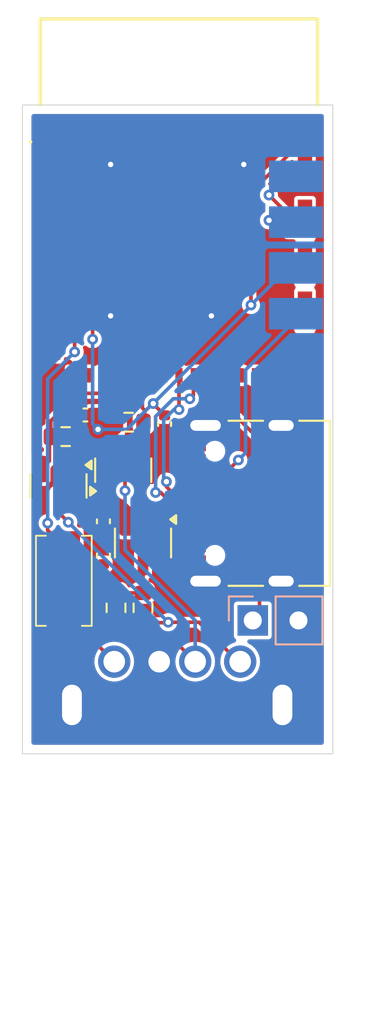
<source format=kicad_pcb>
(kicad_pcb (version 20240108) (generator "pcbnew") (generator_version "8.0")
  (layers (0 "F.Cu" signal) (31 "B.Cu" signal) (34 "B.Paste" user) (35 "F.Paste" user) (36 "B.SilkS" user "B.Silkscreen") (37 "F.SilkS" user "F.Silkscreen") (38 "B.Mask" user) (39 "F.Mask" user) (44 "Edge.Cuts" user))
  (net 0 "")
  (net 1 "+5V")
  (net 2 "GND")
  (net 3 "+3.3V")
  (net 4 "/TX")
  (net 5 "/TXD")
  (net 6 "/RXD")
  (net 7 "/RX")
  (net 17 "/D+")
  (net 35 "Net-(U2-IO0)")
  (net 36 "/D-")
  (net 42 "/TXD0")
  (net 43 "/RXD0")
  (net 44 "/IR")
  (footprint "Local Library:Xunpu_TS-1088-AR02016" (layer "F.Cu") (at 126.3 78.4 90)
    (property "Reference" "SW1" (hide yes))
    (property "Value" "BOOT")
    (fp_line (start 2.5 -1.55) (end 2.5 -1) (stroke (width 0.1)) (layer "F.SilkS"))
    (fp_line (start -2.5 -1.55) (end 2.5 -1.55) (stroke (width 0.1)) (layer "F.SilkS"))
    (fp_line (start -2.5 -1) (end -2.5 -1.55) (stroke (width 0.1)) (layer "F.SilkS"))
    (fp_line (start 2.5 1) (end 2.5 1.55) (stroke (width 0.1)) (layer "F.SilkS"))
    (fp_line (start 2.5 1.55) (end -2.5 1.55) (stroke (width 0.1)) (layer "F.SilkS"))
    (fp_line (start -2.5 1.55) (end -2.5 1) (stroke (width 0.1)) (layer "F.SilkS"))
    (pad "1" smd rect (at -2.075 0 90) (size 1.35 1.8) (layers "F.Cu" "F.Paste" "F.Mask") (net 2 "GND"))
    (pad "2" smd rect (at 2.075 0 90) (size 1.35 1.8) (layers "F.Cu" "F.Paste" "F.Mask") (net 35 "Net-(U2-IO0)"))
  )
  (footprint "Resistor_SMD:R_0603_1608Metric" (layer "F.Cu") (at 129.2 79.9 -90)
    (property "Reference" "R4" (hide yes))
    (property "Value" "10K")
    (fp_line (start -0.237258 0.5225) (end 0.237258 0.5225) (stroke (width 0.12)) (layer "F.SilkS"))
    (fp_line (start -0.237258 -0.5225) (end 0.237258 -0.5225) (stroke (width 0.12)) (layer "F.SilkS"))
    (pad "1" smd roundrect (at -0.825 0 270) (size 0.8 0.95) (layers "F.Cu" "F.Paste" "F.Mask") (net 1 "+5V"))
    (pad "2" smd roundrect (at 0.825 0 270) (size 0.8 0.95) (layers "F.Cu" "F.Paste" "F.Mask") (net 7 "/RX"))
  )
  (footprint "Package_TO_SOT_SMD:SOT-23-3" (layer "F.Cu") (at 130.7 76.3 -90)
    (property "Reference" "U1" (hide yes))
    (property "Value" "XC6206PxxxMR")
    (fp_line (start 0 1.56) (end -0.8 1.56) (stroke (width 0.12)) (layer "F.SilkS"))
    (fp_line (start 0 1.56) (end 0.8 1.56) (stroke (width 0.12)) (layer "F.SilkS"))
    (fp_line (start 0 -1.56) (end -0.8 -1.56) (stroke (width 0.12)) (layer "F.SilkS"))
    (fp_line (start 0 -1.56) (end 0.8 -1.56) (stroke (width 0.12)) (layer "F.SilkS"))
    (fp_poly (pts (xy -1.3 -1.51) (xy -1.54 -1.84) (xy -1.06 -1.84) (xy -1.3 -1.51)) (stroke (width 0.12)) (fill solid) (layer "F.SilkS"))
    (pad "1" smd roundrect (at -1.1375 -0.95 270) (size 1.325 0.6) (layers "F.Cu" "F.Paste" "F.Mask") (net 2 "GND"))
    (pad "2" smd roundrect (at -1.1375 0.95 270) (size 1.325 0.6) (layers "F.Cu" "F.Paste" "F.Mask") (net 3 "+3.3V"))
    (pad "3" smd roundrect (at 1.1375 0 270) (size 1.325 0.6) (layers "F.Cu" "F.Paste" "F.Mask") (net 1 "+5V"))
  )
  (footprint "Resistor_SMD:R_0603_1608Metric" (layer "F.Cu") (at 130.7 79.9 -90)
    (property "Reference" "R3" (hide yes))
    (property "Value" "10K")
    (fp_line (start -0.237258 0.5225) (end 0.237258 0.5225) (stroke (width 0.12)) (layer "F.SilkS"))
    (fp_line (start -0.237258 -0.5225) (end 0.237258 -0.5225) (stroke (width 0.12)) (layer "F.SilkS"))
    (pad "1" smd roundrect (at -0.825 0 270) (size 0.8 0.95) (layers "F.Cu" "F.Paste" "F.Mask") (net 1 "+5V"))
    (pad "2" smd roundrect (at 0.825 0 270) (size 0.8 0.95) (layers "F.Cu" "F.Paste" "F.Mask") (net 4 "/TX"))
  )
  (footprint "Capacitor_SMD:C_0402_1005Metric" (layer "F.Cu") (at 128.5 77 90)
    (property "Reference" "C1" (hide yes))
    (property "Value" "1uF")
    (fp_line (start -0.107836 -0.36) (end 0.107836 -0.36) (stroke (width 0.12)) (layer "F.SilkS"))
    (fp_line (start -0.107836 0.36) (end 0.107836 0.36) (stroke (width 0.12)) (layer "F.SilkS"))
    (pad "1" smd roundrect (at -0.48 0 90) (size 0.56 0.62) (layers "F.Cu" "F.Paste" "F.Mask") (net 1 "+5V"))
    (pad "2" smd roundrect (at 0.48 0 90) (size 0.56 0.62) (layers "F.Cu" "F.Paste" "F.Mask") (net 2 "GND"))
  )
  (footprint "Local Library:ESP32S2MINI2N4" (layer "F.Cu") (at 132.7 60)
    (property "Reference" "U2" (hide yes))
    (property "Value" "ESP32-S2-MINI-2" (hide yes))
    (fp_line (start -8.3 -5.95) (end -8.3 -5.95) (stroke (width 0.1)) (layer "F.SilkS"))
    (fp_line (start -8.2 -5.95) (end -8.2 -5.95) (stroke (width 0.1)) (layer "F.SilkS"))
    (fp_line (start -7.7 -12.775) (end 7.7 -12.775) (stroke (width 0.2)) (layer "F.SilkS"))
    (fp_line (start -7.7 -8) (end -7.7 -12.775) (stroke (width 0.2)) (layer "F.SilkS"))
    (fp_line (start 7.7 -12.775) (end 7.7 -8) (stroke (width 0.2)) (layer "F.SilkS"))
    (fp_arc (start -8.3 -5.95) (mid -8.25 -6) (end -8.2 -5.95) (stroke (width 0.1)) (layer "F.SilkS"))
    (fp_arc (start -8.2 -5.95) (mid -8.25 -5.9) (end -8.3 -5.95) (stroke (width 0.1)) (layer "F.SilkS"))
    (pad "1" smd rect (at -7 -5.95 90) (size 0.4 0.8) (layers "F.Cu" "F.Paste" "F.Mask") (net 2 "GND"))
    (pad "2" smd rect (at -7 -5.1 90) (size 0.4 0.8) (layers "F.Cu" "F.Paste" "F.Mask") (net 2 "GND"))
    (pad "3" smd rect (at -7 -4.25 90) (size 0.4 0.8) (layers "F.Cu" "F.Paste" "F.Mask") (net 3 "+3.3V"))
    (pad "4" smd rect (at -7 -3.4 90) (size 0.4 0.8) (layers "F.Cu" "F.Paste" "F.Mask") (net 35 "Net-(U2-IO0)"))
    (pad "5" smd rect (at -7 -2.55 90) (size 0.4 0.8) (layers "F.Cu" "F.Paste" "F.Mask"))
    (pad "6" smd rect (at -7 -1.7 90) (size 0.4 0.8) (layers "F.Cu" "F.Paste" "F.Mask"))
    (pad "7" smd rect (at -7 -0.85 90) (size 0.4 0.8) (layers "F.Cu" "F.Paste" "F.Mask"))
    (pad "8" smd rect (at -7 0 90) (size 0.4 0.8) (layers "F.Cu" "F.Paste" "F.Mask"))
    (pad "9" smd rect (at -7 0.85 90) (size 0.4 0.8) (layers "F.Cu" "F.Paste" "F.Mask"))
    (pad "10" smd rect (at -7 1.7 90) (size 0.4 0.8) (layers "F.Cu" "F.Paste" "F.Mask"))
    (pad "11" smd rect (at -7 2.55 90) (size 0.4 0.8) (layers "F.Cu" "F.Paste" "F.Mask"))
    (pad "12" smd rect (at -7 3.4 90) (size 0.4 0.8) (layers "F.Cu" "F.Paste" "F.Mask"))
    (pad "13" smd rect (at -7 4.25 90) (size 0.4 0.8) (layers "F.Cu" "F.Paste" "F.Mask"))
    (pad "14" smd rect (at -7 5.1 90) (size 0.4 0.8) (layers "F.Cu" "F.Paste" "F.Mask"))
    (pad "15" smd rect (at -7 5.95 90) (size 0.4 0.8) (layers "F.Cu" "F.Paste" "F.Mask"))
    (pad "16" smd rect (at -5.95 7) (size 0.4 0.8) (layers "F.Cu" "F.Paste" "F.Mask"))
    (pad "17" smd rect (at -5.1 7) (size 0.4 0.8) (layers "F.Cu" "F.Paste" "F.Mask"))
    (pad "18" smd rect (at -4.25 7) (size 0.4 0.8) (layers "F.Cu" "F.Paste" "F.Mask"))
    (pad "19" smd rect (at -3.4 7) (size 0.4 0.8) (layers "F.Cu" "F.Paste" "F.Mask"))
    (pad "20" smd rect (at -2.55 7) (size 0.4 0.8) (layers "F.Cu" "F.Paste" "F.Mask"))
    (pad "21" smd rect (at -1.7 7) (size 0.4 0.8) (layers "F.Cu" "F.Paste" "F.Mask") (net 5 "/TXD"))
    (pad "22" smd rect (at -0.85 7) (size 0.4 0.8) (layers "F.Cu" "F.Paste" "F.Mask") (net 6 "/RXD"))
    (pad "23" smd rect (at 0 7) (size 0.4 0.8) (layers "F.Cu" "F.Paste" "F.Mask") (net 36 "/D-"))
    (pad "24" smd rect (at 0.85 7) (size 0.4 0.8) (layers "F.Cu" "F.Paste" "F.Mask") (net 17 "/D+"))
    (pad "25" smd rect (at 1.7 7) (size 0.4 0.8) (layers "F.Cu" "F.Paste" "F.Mask"))
    (pad "26" smd rect (at 2.55 7) (size 0.4 0.8) (layers "F.Cu" "F.Paste" "F.Mask") (net 44 "/IR"))
    (pad "27" smd rect (at 3.4 7) (size 0.4 0.8) (layers "F.Cu" "F.Paste" "F.Mask"))
    (pad "28" smd rect (at 4.25 7) (size 0.4 0.8) (layers "F.Cu" "F.Paste" "F.Mask"))
    (pad "29" smd rect (at 5.1 7) (size 0.4 0.8) (layers "F.Cu" "F.Paste" "F.Mask"))
    (pad "30" smd rect (at 5.95 7) (size 0.4 0.8) (layers "F.Cu" "F.Paste" "F.Mask") (net 2 "GND"))
    (pad "31" smd rect (at 7 5.95 90) (size 0.4 0.8) (layers "F.Cu" "F.Paste" "F.Mask"))
    (pad "32" smd rect (at 7 5.1 90) (size 0.4 0.8) (layers "F.Cu" "F.Paste" "F.Mask"))
    (pad "33" smd rect (at 7 4.25 90) (size 0.4 0.8) (layers "F.Cu" "F.Paste" "F.Mask"))
    (pad "34" smd rect (at 7 3.4 90) (size 0.4 0.8) (layers "F.Cu" "F.Paste" "F.Mask"))
    (pad "35" smd rect (at 7 2.55 90) (size 0.4 0.8) (layers "F.Cu" "F.Paste" "F.Mask"))
    (pad "36" smd rect (at 7 1.7 90) (size 0.4 0.8) (layers "F.Cu" "F.Paste" "F.Mask"))
    (pad "37" smd rect (at 7 0.85 90) (size 0.4 0.8) (layers "F.Cu" "F.Paste" "F.Mask"))
    (pad "38" smd rect (at 7 0 90) (size 0.4 0.8) (layers "F.Cu" "F.Paste" "F.Mask"))
    (pad "39" smd rect (at 7 -0.85 90) (size 0.4 0.8) (layers "F.Cu" "F.Paste" "F.Mask") (net 42 "/TXD0"))
    (pad "40" smd rect (at 7 -1.7 90) (size 0.4 0.8) (layers "F.Cu" "F.Paste" "F.Mask") (net 43 "/RXD0"))
    (pad "41" smd rect (at 7 -2.55 90) (size 0.4 0.8) (layers "F.Cu" "F.Paste" "F.Mask"))
    (pad "42" smd rect (at 7 -3.4 90) (size 0.4 0.8) (layers "F.Cu" "F.Paste" "F.Mask") (net 2 "GND"))
    (pad "43" smd rect (at 7 -4.25 90) (size 0.4 0.8) (layers "F.Cu" "F.Paste" "F.Mask") (net 2 "GND"))
    (pad "44" smd rect (at 7 -5.1 90) (size 0.4 0.8) (layers "F.Cu" "F.Paste" "F.Mask"))
    (pad "45" smd rect (at 7 -5.95 90) (size 0.4 0.8) (layers "F.Cu" "F.Paste" "F.Mask") (net 3 "+3.3V"))
    (pad "46" smd rect (at 5.95 -7) (size 0.4 0.8) (layers "F.Cu" "F.Paste" "F.Mask") (net 2 "GND"))
    (pad "47" smd rect (at 5.1 -7) (size 0.4 0.8) (layers "F.Cu" "F.Paste" "F.Mask") (net 2 "GND"))
    (pad "48" smd rect (at 4.25 -7) (size 0.4 0.8) (layers "F.Cu" "F.Paste" "F.Mask") (net 2 "GND"))
    (pad "49" smd rect (at 3.4 -7) (size 0.4 0.8) (layers "F.Cu" "F.Paste" "F.Mask") (net 2 "GND"))
    (pad "50" smd rect (at 2.55 -7) (size 0.4 0.8) (layers "F.Cu" "F.Paste" "F.Mask") (net 2 "GND"))
    (pad "51" smd rect (at 1.7 -7) (size 0.4 0.8) (layers "F.Cu" "F.Paste" "F.Mask") (net 2 "GND"))
    (pad "52" smd rect (at 0.85 -7) (size 0.4 0.8) (layers "F.Cu" "F.Paste" "F.Mask") (net 2 "GND"))
    (pad "53" smd rect (at 0 -7) (size 0.4 0.8) (layers "F.Cu" "F.Paste" "F.Mask") (net 2 "GND"))
    (pad "54" smd rect (at -0.85 -7) (size 0.4 0.8) (layers "F.Cu" "F.Paste" "F.Mask") (net 2 "GND"))
    (pad "55" smd rect (at -1.7 -7) (size 0.4 0.8) (layers "F.Cu" "F.Paste" "F.Mask") (net 2 "GND"))
    (pad "56" smd rect (at -2.55 -7) (size 0.4 0.8) (layers "F.Cu" "F.Paste" "F.Mask") (net 2 "GND"))
    (pad "57" smd rect (at -3.4 -7) (size 0.4 0.8) (layers "F.Cu" "F.Paste" "F.Mask") (net 2 "GND"))
    (pad "58" smd rect (at -4.25 -7) (size 0.4 0.8) (layers "F.Cu" "F.Paste" "F.Mask") (net 2 "GND"))
    (pad "59" smd rect (at -5.1 -7) (size 0.4 0.8) (layers "F.Cu" "F.Paste" "F.Mask") (net 2 "GND"))
    (pad "60" smd rect (at -5.95 -7) (size 0.4 0.8) (layers "F.Cu" "F.Paste" "F.Mask") (net 2 "GND"))
    (pad "61" smd rect (at 0 0) (size 1.2 1.2) (layers "F.Cu" "F.Paste" "F.Mask") (net 2 "GND"))
    (pad "62" smd rect (at -7 -7) (size 0.8 0.8) (layers "F.Cu" "F.Paste" "F.Mask") (net 2 "GND"))
    (pad "63" smd rect (at -7 7) (size 0.8 0.8) (layers "F.Cu" "F.Paste" "F.Mask") (net 2 "GND"))
    (pad "64" smd rect (at 7 7) (size 0.8 0.8) (layers "F.Cu" "F.Paste" "F.Mask") (net 2 "GND"))
    (pad "65" smd rect (at 7 -7) (size 0.8 0.8) (layers "F.Cu" "F.Paste" "F.Mask") (net 2 "GND"))
    (pad "66" smd rect (at -1.65 -1.65) (size 1.2 1.2) (layers "F.Cu" "F.Paste" "F.Mask") (net 2 "GND"))
    (pad "67" smd rect (at -1.65 0) (size 1.2 1.2) (layers "F.Cu" "F.Paste" "F.Mask") (net 2 "GND"))
    (pad "68" smd rect (at -1.65 1.65) (size 1.2 1.2) (layers "F.Cu" "F.Paste" "F.Mask") (net 2 "GND"))
    (pad "69" smd rect (at 0 1.65) (size 1.2 1.2) (layers "F.Cu" "F.Paste" "F.Mask") (net 2 "GND"))
    (pad "70" smd rect (at 1.65 1.65) (size 1.2 1.2) (layers "F.Cu" "F.Paste" "F.Mask") (net 2 "GND"))
    (pad "71" smd rect (at 1.65 0) (size 1.2 1.2) (layers "F.Cu" "F.Paste" "F.Mask") (net 2 "GND"))
    (pad "72" smd rect (at 1.65 -1.65) (size 1.2 1.2) (layers "F.Cu" "F.Paste" "F.Mask") (net 2 "GND"))
    (pad "73" smd rect (at 0 -1.65) (size 1.2 1.2) (layers "F.Cu" "F.Paste" "F.Mask") (net 2 "GND"))
  )
  (footprint "Capacitor_SMD:C_0402_1005Metric" (layer "F.Cu") (at 128.5 75.1 -90)
    (property "Reference" "C2" (hide yes))
    (property "Value" "1uF")
    (fp_line (start -0.107836 0.36) (end 0.107836 0.36) (stroke (width 0.12)) (layer "F.SilkS"))
    (fp_line (start -0.107836 -0.36) (end 0.107836 -0.36) (stroke (width 0.12)) (layer "F.SilkS"))
    (pad "1" smd roundrect (at -0.48 0 270) (size 0.56 0.62) (layers "F.Cu" "F.Paste" "F.Mask") (net 3 "+3.3V"))
    (pad "2" smd roundrect (at 0.48 0 270) (size 0.56 0.62) (layers "F.Cu" "F.Paste" "F.Mask") (net 2 "GND"))
  )
  (footprint "Local Library:USB_A_PLUG_JING" (layer "F.Cu") (at 136.1 82.8875 180)
    (property "Reference" "J1" (hide yes))
    (property "Value" "USB_A")
    (pad "1" thru_hole circle (at 0 0 180) (size 1.8 1.8) (drill 1.2) (layers "*.Cu" "*.Mask") (net 4 "/TX"))
    (pad "2" thru_hole circle (at 2.5 0 180) (size 1.8 1.8) (drill 1.2) (layers "*.Cu" "*.Mask") (net 7 "/RX"))
    (pad "3" thru_hole circle (at 4.5 0 180) (size 1.8 1.8) (drill 1.2) (layers "*.Cu" "*.Mask") (net 2 "GND"))
    (pad "4" thru_hole circle (at 7 0 180) (size 1.8 1.8) (drill 1.2) (layers "*.Cu" "*.Mask") (net 1 "+5V"))
    (pad "5" thru_hole oval (at -2.35 -2.4 180) (size 1.9 3.05) (drill oval 1.1 2.25) (layers "*.Cu" "*.Mask") (net 2 "GND"))
    (pad "5" thru_hole oval (at 9.35 -2.4 180) (size 1.9 3.05) (drill oval 1.1 2.25) (layers "*.Cu" "*.Mask") (net 2 "GND"))
  )
  (footprint "Capacitor_SMD:C_0402_1005Metric" (layer "F.Cu") (at 131.9 69.7 90)
    (property "Reference" "C4" (hide yes))
    (property "Value" "100nF")
    (fp_line (start -0.107836 -0.36) (end 0.107836 -0.36) (stroke (width 0.12)) (layer "F.SilkS"))
    (fp_line (start -0.107836 0.36) (end 0.107836 0.36) (stroke (width 0.12)) (layer "F.SilkS"))
    (pad "1" smd roundrect (at -0.48 0 90) (size 0.56 0.62) (layers "F.Cu" "F.Paste" "F.Mask") (net 2 "GND"))
    (pad "2" smd roundrect (at 0.48 0 90) (size 0.56 0.62) (layers "F.Cu" "F.Paste" "F.Mask") (net 3 "+3.3V"))
  )
  (footprint "Resistor_SMD:R_0603_1608Metric" (layer "F.Cu") (at 126.4 70.4 180)
    (property "Reference" "R1" (hide yes))
    (property "Value" "10K")
    (fp_line (start -0.237258 0.5225) (end 0.237258 0.5225) (stroke (width 0.12)) (layer "F.SilkS"))
    (fp_line (start -0.237258 -0.5225) (end 0.237258 -0.5225) (stroke (width 0.12)) (layer "F.SilkS"))
    (pad "1" smd roundrect (at -0.825 0 180) (size 0.8 0.95) (layers "F.Cu" "F.Paste" "F.Mask") (net 3 "+3.3V"))
    (pad "2" smd roundrect (at 0.825 0 180) (size 0.8 0.95) (layers "F.Cu" "F.Paste" "F.Mask") (net 5 "/TXD"))
  )
  (footprint "Package_TO_SOT_SMD:SOT-23" (layer "F.Cu") (at 129.6 72.2625 90)
    (property "Reference" "Q2" (hide yes))
    (property "Value" "2N7002")
    (fp_line (start 0 -1.56) (end 0.65 -1.56) (stroke (width 0.12)) (layer "F.SilkS"))
    (fp_line (start 0 -1.56) (end -0.65 -1.56) (stroke (width 0.12)) (layer "F.SilkS"))
    (fp_line (start 0 1.56) (end 0.65 1.56) (stroke (width 0.12)) (layer "F.SilkS"))
    (fp_line (start 0 1.56) (end -0.65 1.56) (stroke (width 0.12)) (layer "F.SilkS"))
    (fp_poly (pts (xy -1.1625 -1.51) (xy -1.4025 -1.84) (xy -0.9225 -1.84) (xy -1.1625 -1.51)) (stroke (width 0.12)) (fill solid) (layer "F.SilkS"))
    (pad "1" smd roundrect (at -0.9375 -0.95 90) (size 1.475 0.6) (layers "F.Cu" "F.Paste" "F.Mask") (net 3 "+3.3V"))
    (pad "2" smd roundrect (at -0.9375 0.95 90) (size 1.475 0.6) (layers "F.Cu" "F.Paste" "F.Mask") (net 6 "/RXD"))
    (pad "3" smd roundrect (at 0.9375 0 90) (size 1.475 0.6) (layers "F.Cu" "F.Paste" "F.Mask") (net 7 "/RX"))
  )
  (footprint "Resistor_SMD:R_0603_1608Metric" (layer "F.Cu") (at 129.9 69.6)
    (property "Reference" "R2" (hide yes))
    (property "Value" "10K")
    (fp_line (start -0.237258 -0.5225) (end 0.237258 -0.5225) (stroke (width 0.12)) (layer "F.SilkS"))
    (fp_line (start -0.237258 0.5225) (end 0.237258 0.5225) (stroke (width 0.12)) (layer "F.SilkS"))
    (pad "1" smd roundrect (at -0.825 0) (size 0.8 0.95) (layers "F.Cu" "F.Paste" "F.Mask") (net 3 "+3.3V"))
    (pad "2" smd roundrect (at 0.825 0) (size 0.8 0.95) (layers "F.Cu" "F.Paste" "F.Mask") (net 6 "/RXD"))
  )
  (footprint "Connector_USB:USB_C_Receptacle_G-Switch_GT-USB-7010ASV" (layer "F.Cu") (at 137.3 74.1 90)
    (property "Reference" "P1" (hide yes))
    (property "Value" "USB_C_Plug_USB2.0")
    (fp_line (start -4.58 -1.85) (end -4.58 0.07) (stroke (width 0.12)) (layer "F.SilkS"))
    (fp_line (start 4.58 0.07) (end 4.58 -1.85) (stroke (width 0.12)) (layer "F.SilkS"))
    (fp_line (start 4.58 2.08) (end 4.58 3.785) (stroke (width 0.12)) (layer "F.SilkS"))
    (fp_line (start 4.58 3.785) (end -4.58 3.785) (stroke (width 0.12)) (layer "F.SilkS"))
    (fp_line (start -4.58 3.785) (end -4.58 2.08) (stroke (width 0.12)) (layer "F.SilkS"))
    (pad "" np_thru_hole circle (at -2.89 -2.605 90) (size 0.65 0.65) (drill 0.65) (layers "*.Cu" "*.Mask"))
    (pad "" np_thru_hole circle (at 2.89 -2.605 90) (size 0.65 0.65) (drill 0.65) (layers "*.Cu" "*.Mask"))
    (pad "A1" smd rect (at -3.2 -3.725 90) (size 0.6 1.24) (layers "F.Cu" "F.Paste" "F.Mask") (net 2 "GND"))
    (pad "A4" smd rect (at -2.4 -3.725 90) (size 0.6 1.24) (layers "F.Cu" "F.Paste" "F.Mask") (net 1 "+5V"))
    (pad "A5" smd rect (at -1.25 -3.725 90) (size 0.3 1.24) (layers "F.Cu" "F.Paste" "F.Mask"))
    (pad "A6" smd rect (at -0.25 -3.725 90) (size 0.3 1.24) (layers "F.Cu" "F.Paste" "F.Mask") (net 17 "/D+"))
    (pad "A7" smd rect (at 0.25 -3.725 90) (size 0.3 1.24) (layers "F.Cu" "F.Paste" "F.Mask") (net 36 "/D-"))
    (pad "A8" smd rect (at 1.25 -3.725 90) (size 0.3 1.24) (layers "F.Cu" "F.Paste" "F.Mask"))
    (pad "A9" smd rect (at 2.4 -3.725 90) (size 0.6 1.24) (layers "F.Cu" "F.Paste" "F.Mask") (net 1 "+5V"))
    (pad "A12" smd rect (at 3.2 -3.725 90) (size 0.6 1.24) (layers "F.Cu" "F.Paste" "F.Mask") (net 2 "GND"))
    (pad "B1" smd rect (at 3.2 -3.725 90) (size 0.6 1.24) (layers "F.Cu" "F.Paste" "F.Mask") (net 2 "GND"))
    (pad "B4" smd rect (at 2.4 -3.725 90) (size 0.6 1.24) (layers "F.Cu" "F.Paste" "F.Mask") (net 1 "+5V"))
    (pad "B5" smd rect (at 1.75 -3.725 90) (size 0.3 1.24) (layers "F.Cu" "F.Paste" "F.Mask"))
    (pad "B6" smd rect (at 0.75 -3.725 90) (size 0.3 1.24) (layers "F.Cu" "F.Paste" "F.Mask"))
    (pad "B7" smd rect (at -0.75 -3.725 90) (size 0.3 1.24) (layers "F.Cu" "F.Paste" "F.Mask"))
    (pad "B8" smd rect (at -1.75 -3.725 90) (size 0.3 1.24) (layers "F.Cu" "F.Paste" "F.Mask"))
    (pad "B9" smd rect (at -2.4 -3.725 90) (size 0.6 1.24) (layers "F.Cu" "F.Paste" "F.Mask") (net 1 "+5V"))
    (pad "B12" smd rect (at -3.2 -3.725 90) (size 0.6 1.24) (layers "F.Cu" "F.Paste" "F.Mask") (net 2 "GND"))
    (pad "S1" thru_hole oval (at -4.32 -3.125 90) (size 1 2.1) (drill oval 0.6 1.7) (layers "*.Cu" "*.Mask") (net 2 "GND"))
    (pad "S1" thru_hole oval (at -4.32 1.075 90) (size 1 1.8) (drill oval 0.6 1.4) (layers "*.Cu" "*.Mask") (net 2 "GND"))
    (pad "S1" thru_hole oval (at 4.32 -3.125 90) (size 1 2.1) (drill oval 0.6 1.7) (layers "*.Cu" "*.Mask") (net 2 "GND"))
    (pad "S1" thru_hole oval (at 4.32 1.075 90) (size 1 1.8) (drill oval 0.6 1.4) (layers "*.Cu" "*.Mask") (net 2 "GND"))
  )
  (footprint "Capacitor_SMD:C_0402_1005Metric" (layer "F.Cu") (at 127.5 69.2 180)
    (property "Reference" "C3" (hide yes))
    (property "Value" "100nF")
    (fp_line (start -0.107836 0.36) (end 0.107836 0.36) (stroke (width 0.12)) (layer "F.SilkS"))
    (fp_line (start -0.107836 -0.36) (end 0.107836 -0.36) (stroke (width 0.12)) (layer "F.SilkS"))
    (pad "1" smd roundrect (at -0.48 0 180) (size 0.56 0.62) (layers "F.Cu" "F.Paste" "F.Mask") (net 3 "+3.3V"))
    (pad "2" smd roundrect (at 0.48 0 180) (size 0.56 0.62) (layers "F.Cu" "F.Paste" "F.Mask") (net 2 "GND"))
  )
  (footprint "Package_TO_SOT_SMD:SOT-23" (layer "F.Cu") (at 126 73.1375 -90)
    (property "Reference" "Q1" (hide yes))
    (property "Value" "2N7002")
    (fp_line (start 0 1.56) (end -0.65 1.56) (stroke (width 0.12)) (layer "F.SilkS"))
    (fp_line (start 0 1.56) (end 0.65 1.56) (stroke (width 0.12)) (layer "F.SilkS"))
    (fp_line (start 0 -1.56) (end -0.65 -1.56) (stroke (width 0.12)) (layer "F.SilkS"))
    (fp_line (start 0 -1.56) (end 0.65 -1.56) (stroke (width 0.12)) (layer "F.SilkS"))
    (fp_poly (pts (xy -1.1625 -1.51) (xy -1.4025 -1.84) (xy -0.9225 -1.84) (xy -1.1625 -1.51)) (stroke (width 0.12)) (fill solid) (layer "F.SilkS"))
    (pad "1" smd roundrect (at -0.9375 -0.95 270) (size 1.475 0.6) (layers "F.Cu" "F.Paste" "F.Mask") (net 3 "+3.3V"))
    (pad "2" smd roundrect (at -0.9375 0.95 270) (size 1.475 0.6) (layers "F.Cu" "F.Paste" "F.Mask") (net 5 "/TXD"))
    (pad "3" smd roundrect (at 0.9375 0 270) (size 1.475 0.6) (layers "F.Cu" "F.Paste" "F.Mask") (net 4 "/TX"))
  )
  (footprint "Connector_PinHeader_2.54mm:PinHeader_1x02_P2.54mm_Vertical" (layer "B.Cu") (at 136.8 80.6 -90)
    (property "Reference" "J3" (hide yes))
    (property "Value" "Conn_01x02_Pin")
    (fp_line (start -1.33 1.33) (end -1.33 0) (stroke (width 0.12)) (layer "B.SilkS"))
    (fp_line (start 0 1.33) (end -1.33 1.33) (stroke (width 0.12)) (layer "B.SilkS"))
    (fp_line (start 1.33 -1.27) (end -1.33 -1.27) (stroke (width 0.12)) (layer "B.SilkS"))
    (fp_line (start -1.33 -3.87) (end -1.33 -1.27) (stroke (width 0.12)) (layer "B.SilkS"))
    (fp_line (start 1.33 -3.87) (end 1.33 -1.27) (stroke (width 0.12)) (layer "B.SilkS"))
    (fp_line (start 1.33 -3.87) (end -1.33 -3.87) (stroke (width 0.12)) (layer "B.SilkS"))
    (pad "1" thru_hole rect (at 0 0 270) (size 1.7 1.7) (drill 1) (layers "*.Cu" "*.Mask") (net 44 "/IR"))
    (pad "2" thru_hole oval (at 0 -2.54 270) (size 1.7 1.7) (drill 1) (layers "*.Cu" "*.Mask") (net 2 "GND"))
  )
  (footprint "Local Library:1x05_Header_Pins_Horizontal" (layer "B.Cu") (at 139.2 58.5 -90)
    (property "Reference" "J2" (hide yes))
    (property "Value" "Conn_01x05_Pin")
    (pad "1" smd rect (at -5.08 0 270) (size 1.75 3) (layers "B.Cu" "B.Paste" "B.Mask") (net 2 "GND"))
    (pad "2" smd rect (at -2.54 0 270) (size 1.75 3) (layers "B.Cu" "B.Paste" "B.Mask") (net 43 "/RXD0"))
    (pad "3" smd rect (at 0 0 270) (size 1.75 3) (layers "B.Cu" "B.Paste" "B.Mask") (net 42 "/TXD0"))
    (pad "4" smd rect (at 2.54 0 270) (size 1.75 3) (layers "B.Cu" "B.Paste" "B.Mask") (net 3 "+3.3V"))
    (pad "5" smd rect (at 5.08 0 270) (size 1.75 3) (layers "B.Cu" "B.Paste" "B.Mask") (net 1 "+5V"))
  )
  (gr_rect (start 124 52) (end 141.25 88) (stroke (width 0.05)) (fill none) (layer "Edge.Cuts"))
  (segment (start 134.495 73.3) (end 134.495 76.235406) (width 0.2) (layer "F.Cu") (net 1))
  (segment (start 128.1 80.175) (end 129.2 79.075) (width 0.2) (layer "F.Cu") (net 1))
  (segment (start 134.495 76.235406) (end 134.230406 76.5) (width 0.2) (layer "F.Cu") (net 1))
  (segment (start 131.6375 76.5) (end 133.575 76.5) (width 0.2) (layer "F.Cu") (net 1))
  (segment (start 130.7 77.4375) (end 131.6375 76.5) (width 0.2) (layer "F.Cu") (net 1))
  (segment (start 128.1 81.8875) (end 128.1 80.175) (width 0.2) (layer "F.Cu") (net 1))
  (segment (start 133.575 71.7) (end 134.2 71.7) (width 0.2) (layer "F.Cu") (net 1))
  (segment (start 134.230406 76.5) (end 133.575 76.5) (width 0.2) (layer "F.Cu") (net 1))
  (segment (start 130.7 79.075) (end 130.7 77.4375) (width 0.2) (layer "F.Cu") (net 1))
  (segment (start 136 71.7) (end 134.495 73.205) (width 0.2) (layer "F.Cu") (net 1))
  (segment (start 129.2 79.075) (end 130.7 79.075) (width 0.2) (layer "F.Cu") (net 1))
  (segment (start 129.1 82.8875) (end 128.1 81.8875) (width 0.2) (layer "F.Cu") (net 1))
  (segment (start 128.5 77.48) (end 128.5 78.375) (width 0.2) (layer "F.Cu") (net 1))
  (segment (start 134.495 71.995) (end 134.495 73.3) (width 0.2) (layer "F.Cu") (net 1))
  (segment (start 134.2 71.7) (end 134.495 71.995) (width 0.2) (layer "F.Cu") (net 1))
  (segment (start 128.5 78.375) (end 129.2 79.075) (width 0.2) (layer "F.Cu") (net 1))
  (segment (start 134.495 73.205) (end 134.495 73.3) (width 0.2) (layer "F.Cu") (net 1))
  (via (at 136 71.7) (size 0.6) (drill 0.3) (layers "F.Cu" "B.Cu") (net 1))
  (segment (start 136.4 66.7) (end 139.6 63.5) (width 0.2) (layer "B.Cu") (net 1))
  (segment (start 136 71.7) (end 136.4 71.3) (width 0.2) (layer "B.Cu") (net 1))
  (segment (start 136.4 71.3) (end 136.4 66.7) (width 0.2) (layer "B.Cu") (net 1))
  (via (at 134.5 63.7) (size 0.6) (drill 0.3) (layers "F.Cu" "B.Cu") (net 2))
  (via (at 136.3 55.3) (size 0.6) (drill 0.3) (layers "F.Cu" "B.Cu") (net 2))
  (via (at 128.9 55.3) (size 0.6) (drill 0.3) (layers "F.Cu" "B.Cu") (net 2))
  (via (at 128.9 63.7) (size 0.6) (drill 0.3) (layers "F.Cu" "B.Cu") (net 2))
  (segment (start 136.7 56.85) (end 139.5 54.05) (width 0.2) (layer "F.Cu") (net 3))
  (segment (start 139.5 54.05) (end 139.7 54.05) (width 0.2) (layer "F.Cu") (net 3))
  (segment (start 131.266635 68.566635) (end 131.266635 68.586635) (width 0.2) (layer "F.Cu") (net 3))
  (segment (start 125.9 55.75) (end 127.9 57.75) (width 0.2) (layer "F.Cu") (net 3))
  (segment (start 131.266635 68.586635) (end 131.9 69.22) (width 0.2) (layer "F.Cu") (net 3))
  (segment (start 136.7 63.1) (end 136.7 56.85) (width 0.2) (layer "F.Cu") (net 3))
  (segment (start 125.7 55.75) (end 125.9 55.75) (width 0.2) (layer "F.Cu") (net 3))
  (segment (start 127.9 57.75) (end 127.9 65) (width 0.2) (layer "F.Cu") (net 3))
  (via (at 128.2 70) (size 0.6) (drill 0.3) (layers "F.Cu" "B.Cu") (net 3))
  (via (at 127.9 65) (size 0.6) (drill 0.3) (layers "F.Cu" "B.Cu") (net 3))
  (via (at 136.7 63.1) (size 0.6) (drill 0.3) (layers "F.Cu" "B.Cu") (net 3))
  (via (at 131.266635 68.566635) (size 0.6) (drill 0.3) (layers "F.Cu" "B.Cu") (net 3))
  (segment (start 131.233365 68.566635) (end 131.266635 68.566635) (width 0.2) (layer "B.Cu") (net 3))
  (segment (start 127.9 69.7) (end 127.9 65) (width 0.2) (layer "B.Cu") (net 3))
  (segment (start 128.2 70) (end 127.9 69.7) (width 0.2) (layer "B.Cu") (net 3))
  (segment (start 138.84 60.96) (end 136.7 63.1) (width 0.2) (layer "B.Cu") (net 3))
  (segment (start 136.7 63.13327) (end 131.266635 68.566635) (width 0.2) (layer "B.Cu") (net 3))
  (segment (start 139.6 60.96) (end 138.84 60.96) (width 0.2) (layer "B.Cu") (net 3))
  (segment (start 136.7 63.1) (end 136.7 63.13327) (width 0.2) (layer "B.Cu") (net 3))
  (segment (start 129.8 70) (end 131.233365 68.566635) (width 0.2) (layer "B.Cu") (net 3))
  (segment (start 128.2 70) (end 129.8 70) (width 0.2) (layer "B.Cu") (net 3))
  (segment (start 136 82.8875) (end 136.1 82.8875) (width 0.2) (layer "F.Cu") (net 4))
  (segment (start 130.7 80.725) (end 132.075 80.725) (width 0.2) (layer "F.Cu") (net 4))
  (segment (start 132.1 80.7) (end 133.8125 80.7) (width 0.2) (layer "F.Cu") (net 4))
  (segment (start 126.549998 75.149998) (end 126 74.6) (width 0.2) (layer "F.Cu") (net 4))
  (segment (start 133.8125 80.7) (end 136 82.8875) (width 0.2) (layer "F.Cu") (net 4))
  (segment (start 126 74.6) (end 126 74.075) (width 0.2) (layer "F.Cu") (net 4))
  (segment (start 132.075 80.725) (end 132.1 80.7) (width 0.2) (layer "F.Cu") (net 4))
  (via (at 126.549998 75.149998) (size 0.6) (drill 0.3) (layers "F.Cu" "B.Cu") (net 4))
  (via (at 132.1 80.7) (size 0.6) (drill 0.3) (layers "F.Cu" "B.Cu") (net 4))
  (segment (start 126.549998 75.149998) (end 132.1 80.7) (width 0.2) (layer "B.Cu") (net 4))
  (segment (start 125.575 70.4) (end 125.5 70.475) (width 0.2) (layer "F.Cu") (net 5))
  (segment (start 131 67.2) (end 131 67) (width 0.2) (layer "F.Cu") (net 5))
  (segment (start 125.575 70.4) (end 125.575 69.525) (width 0.2) (layer "F.Cu") (net 5))
  (segment (start 127.1 68) (end 130.2 68) (width 0.2) (layer "F.Cu") (net 5))
  (segment (start 125.5 70.475) (end 125.5 71.75) (width 0.2) (layer "F.Cu") (net 5))
  (segment (start 125.575 69.525) (end 127.1 68) (width 0.2) (layer "F.Cu") (net 5))
  (segment (start 125.5 71.75) (end 125.05 72.2) (width 0.2) (layer "F.Cu") (net 5))
  (segment (start 130.2 68) (end 131 67.2) (width 0.2) (layer "F.Cu") (net 5))
  (segment (start 130.65 73.1) (end 130.65 69.675) (width 0.2) (layer "F.Cu") (net 6))
  (segment (start 130.8 69.525) (end 130.8 68.948529) (width 0.2) (layer "F.Cu") (net 6))
  (segment (start 130.65 69.675) (end 130.725 69.6) (width 0.2) (layer "F.Cu") (net 6))
  (segment (start 130.55 73.2) (end 130.65 73.1) (width 0.2) (layer "F.Cu") (net 6))
  (segment (start 130.666635 68.318106) (end 131.018106 67.966635) (width 0.2) (layer "F.Cu") (net 6))
  (segment (start 131.233365 67.966635) (end 131.85 67.35) (width 0.2) (layer "F.Cu") (net 6))
  (segment (start 131.85 67.35) (end 131.85 67) (width 0.2) (layer "F.Cu") (net 6))
  (segment (start 130.8 68.948529) (end 130.666635 68.815164) (width 0.2) (layer "F.Cu") (net 6))
  (segment (start 131.018106 67.966635) (end 131.233365 67.966635) (width 0.2) (layer "F.Cu") (net 6))
  (segment (start 130.666635 68.815164) (end 130.666635 68.318106) (width 0.2) (layer "F.Cu") (net 6))
  (segment (start 132.2125 81.5) (end 133.6 82.8875) (width 0.2) (layer "F.Cu") (net 7))
  (segment (start 129.975 81.5) (end 132.2125 81.5) (width 0.2) (layer "F.Cu") (net 7))
  (segment (start 129.7 71.425) (end 129.6 71.325) (width 0.2) (layer "F.Cu") (net 7))
  (segment (start 129.2 80.725) (end 129.975 81.5) (width 0.2) (layer "F.Cu") (net 7))
  (segment (start 129.7 73.4) (end 129.7 71.425) (width 0.2) (layer "F.Cu") (net 7))
  (via (at 129.7 73.4) (size 0.6) (drill 0.3) (layers "F.Cu" "B.Cu") (net 7))
  (segment (start 133.6 80.6) (end 133.6 82.8875) (width 0.2) (layer "B.Cu") (net 7))
  (segment (start 129.7 76.7) (end 133.6 80.6) (width 0.2) (layer "B.Cu") (net 7))
  (segment (start 129.7 73.4) (end 129.7 76.7) (width 0.2) (layer "B.Cu") (net 7))
  (segment (start 133.5 68.1) (end 133.5 67.05) (width 0.2) (layer "F.Cu") (net 17))
  (segment (start 133.575 74.35) (end 133.105 74.35) (width 0.2) (layer "F.Cu") (net 17))
  (segment (start 132.506801 74.325) (end 131.682322 73.500521) (width 0.2) (layer "F.Cu") (net 17))
  (segment (start 133.08 74.325) (end 132.506801 74.325) (width 0.2) (layer "F.Cu") (net 17))
  (segment (start 133.5 67.05) (end 133.55 67) (width 0.2) (layer "F.Cu") (net 17))
  (segment (start 133.105 74.35) (end 133.08 74.325) (width 0.2) (layer "F.Cu") (net 17))
  (segment (start 131.682322 73.500521) (end 131.399479 73.500521) (width 0.2) (layer "F.Cu") (net 17))
  (segment (start 133.3 68.3) (end 133.5 68.1) (width 0.2) (layer "F.Cu") (net 17))
  (via (at 131.399479 73.500521) (size 0.6) (drill 0.3) (layers "F.Cu" "B.Cu") (net 17))
  (via (at 133.3 68.3) (size 0.6) (drill 0.3) (layers "F.Cu" "B.Cu") (net 17))
  (segment (start 132.3818 68.3) (end 133.3 68.3) (width 0.2) (layer "B.Cu") (net 17))
  (segment (start 132.1409 68.5409) (end 132.3818 68.3) (width 0.2) (layer "B.Cu") (net 17))
  (segment (start 131.399479 69.282321) (end 132.1409 68.5409) (width 0.2) (layer "B.Cu") (net 17))
  (segment (start 131.399479 73.500521) (end 131.399479 69.282321) (width 0.2) (layer "B.Cu") (net 17))
  (segment (start 126.9 65.7) (end 126.9 57.45) (width 0.2) (layer "F.Cu") (net 35))
  (segment (start 126.05 56.6) (end 125.7 56.6) (width 0.2) (layer "F.Cu") (net 35))
  (segment (start 126.9 57.45) (end 126.05 56.6) (width 0.2) (layer "F.Cu") (net 35))
  (segment (start 125.4 75.2) (end 125.4 75.6) (width 0.2) (layer "F.Cu") (net 35))
  (segment (start 125.4 75.6) (end 126.125 76.325) (width 0.2) (layer "F.Cu") (net 35))
  (segment (start 126.125 76.325) (end 126.3 76.325) (width 0.2) (layer "F.Cu") (net 35))
  (via (at 126.9 65.7) (size 0.6) (drill 0.3) (layers "F.Cu" "B.Cu") (net 35))
  (via (at 125.4 75.2) (size 0.6) (drill 0.3) (layers "F.Cu" "B.Cu") (net 35))
  (segment (start 125.4 67.2) (end 126.9 65.7) (width 0.2) (layer "B.Cu") (net 35))
  (segment (start 125.4 75.2) (end 125.4 67.2) (width 0.2) (layer "B.Cu") (net 35))
  (segment (start 133.08 73.875) (end 132.693199 73.875) (width 0.2) (layer "F.Cu") (net 36))
  (segment (start 133.575 73.85) (end 133.105 73.85) (width 0.2) (layer "F.Cu") (net 36))
  (segment (start 132.693199 73.875) (end 132.000521 73.182322) (width 0.2) (layer "F.Cu") (net 36))
  (segment (start 132.000521 73.182322) (end 132.000521 72.899479) (width 0.2) (layer "F.Cu") (net 36))
  (segment (start 132.7 68.9) (end 132.7 67) (width 0.2) (layer "F.Cu") (net 36))
  (segment (start 133.105 73.85) (end 133.08 73.875) (width 0.2) (layer "F.Cu") (net 36))
  (via (at 132.000521 72.899479) (size 0.6) (drill 0.3) (layers "F.Cu" "B.Cu") (net 36))
  (via (at 132.7 68.9) (size 0.6) (drill 0.3) (layers "F.Cu" "B.Cu") (net 36))
  (segment (start 132.4182 68.9) (end 131.84948 69.46872) (width 0.2) (layer "B.Cu") (net 36))
  (segment (start 131.84948 72.748438) (end 132.000521 72.899479) (width 0.2) (layer "B.Cu") (net 36))
  (segment (start 131.84948 69.46872) (end 131.84948 72.748438) (width 0.2) (layer "B.Cu") (net 36))
  (segment (start 132.7 68.9) (end 132.4182 68.9) (width 0.2) (layer "B.Cu") (net 36))
  (segment (start 138 58.4) (end 138.75 59.15) (width 0.2) (layer "F.Cu") (net 42))
  (segment (start 137.7 58.4) (end 138 58.4) (width 0.2) (layer "F.Cu") (net 42))
  (segment (start 138.75 59.15) (end 139.7 59.15) (width 0.2) (layer "F.Cu") (net 42))
  (via (at 137.7 58.4) (size 0.6) (drill 0.3) (layers "F.Cu" "B.Cu") (net 42))
  (segment (start 139.6 58.42) (end 137.72 58.42) (width 0.2) (layer "B.Cu") (net 42))
  (segment (start 137.72 58.42) (end 137.7 58.4) (width 0.2) (layer "B.Cu") (net 42))
  (segment (start 139 58.3) (end 139.7 58.3) (width 0.2) (layer "F.Cu") (net 43))
  (segment (start 137.7 57) (end 139 58.3) (width 0.2) (layer "F.Cu") (net 43))
  (via (at 137.7 57) (size 0.6) (drill 0.3) (layers "F.Cu" "B.Cu") (net 43))
  (segment (start 139.6 55.88) (end 138.82 55.88) (width 0.2) (layer "B.Cu") (net 43))
  (segment (start 138.82 55.88) (end 137.7 57) (width 0.2) (layer "B.Cu") (net 43))
  (segment (start 136.8 80.6) (end 137.175 80.225) (width 0.2) (layer "F.Cu") (net 44))
  (segment (start 135.25 68.65) (end 135.25 67) (width 0.2) (layer "F.Cu") (net 44))
  (segment (start 137.175 80.225) (end 137.175 70.575) (width 0.2) (layer "F.Cu") (net 44))
  (segment (start 137.175 70.575) (end 135.25 68.65) (width 0.2) (layer "F.Cu") (net 44))
  (zone (net 3) (net_name "+3.3V") (layer "F.Cu") (priority 1) (connect_pads yes (clearance 0.2)) (min_thickness 0.25) (fill yes (thermal_gap 0.5) (thermal_bridge_width 0.5))
    (polygon (pts (xy 130 75.9) (xy 129.5 75.9) (xy 129.3 75.7) (xy 129.3 75.3) (xy 129 75) (xy 128.2 75) (xy 127.4 74.2) (xy 127.4 73.3) (xy 126.9 72.8) (xy 126.9 70) (xy 127.6 69.3) (xy 127.6 68.9) (xy 127.7 68.8) (xy 129.3 68.8) (xy 129.6 69.1) (xy 129.6 70) (xy 129.2 70.4) (xy 129.2 73.5) (xy 130.2 74.5) (xy 130.2 75.7)))
  )
  (zone (net 2) (net_name "GND") (layers "F&B.Cu") (connect_pads yes (clearance 0.2)) (min_thickness 0.25) (fill yes (thermal_gap 0.5) (thermal_bridge_width 0.5))
    (polygon (pts (xy 124 52) (xy 141.3 52) (xy 141.3 88) (xy 124 88)))
  )
)
</source>
